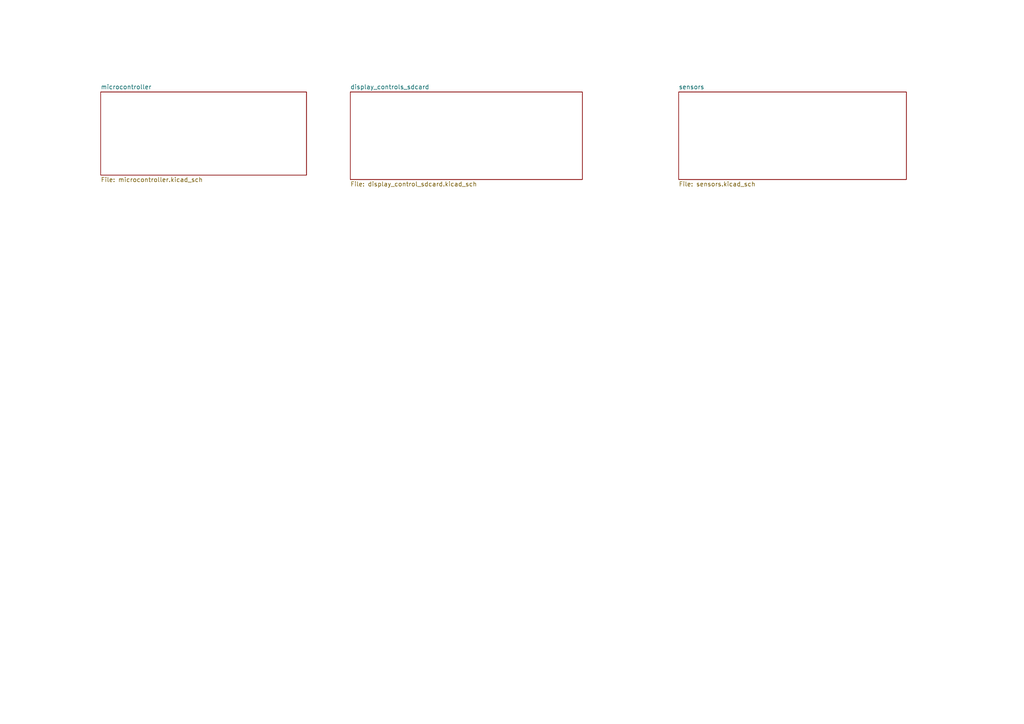
<source format=kicad_sch>
(kicad_sch
	(version 20231120)
	(generator "eeschema")
	(generator_version "8.0")
	(uuid "81f67669-a33e-4ca9-9a26-47a4e11e7b6e")
	(paper "A4")
	(title_block
		(title "Barbel Motion Tracker")
		(date "2024-08-16")
		(rev "1")
		(company "Thorben Horn")
	)
	(lib_symbols)
	(sheet
		(at 196.85 26.67)
		(size 66.04 25.4)
		(fields_autoplaced yes)
		(stroke
			(width 0.1524)
			(type solid)
		)
		(fill
			(color 0 0 0 0.0000)
		)
		(uuid "18d22eab-52a4-45ba-a420-c6f4dfd7fcb9")
		(property "Sheetname" "sensors"
			(at 196.85 25.9584 0)
			(effects
				(font
					(size 1.27 1.27)
				)
				(justify left bottom)
			)
		)
		(property "Sheetfile" "sensors.kicad_sch"
			(at 196.85 52.6546 0)
			(effects
				(font
					(size 1.27 1.27)
				)
				(justify left top)
			)
		)
		(instances
			(project "BarbelMotionTracker-V1"
				(path "/81f67669-a33e-4ca9-9a26-47a4e11e7b6e"
					(page "4")
				)
			)
		)
	)
	(sheet
		(at 29.21 26.67)
		(size 59.69 24.13)
		(fields_autoplaced yes)
		(stroke
			(width 0.1524)
			(type solid)
		)
		(fill
			(color 0 0 0 0.0000)
		)
		(uuid "e8a97655-e5e4-4b2b-a219-c77c31bb40b5")
		(property "Sheetname" "microcontroller"
			(at 29.21 25.9584 0)
			(effects
				(font
					(size 1.27 1.27)
				)
				(justify left bottom)
			)
		)
		(property "Sheetfile" "microcontroller.kicad_sch"
			(at 29.21 51.3846 0)
			(effects
				(font
					(size 1.27 1.27)
				)
				(justify left top)
			)
		)
		(instances
			(project "BarbelMotionTracker-V1"
				(path "/81f67669-a33e-4ca9-9a26-47a4e11e7b6e"
					(page "2")
				)
			)
		)
	)
	(sheet
		(at 101.6 26.67)
		(size 67.31 25.4)
		(fields_autoplaced yes)
		(stroke
			(width 0.1524)
			(type solid)
		)
		(fill
			(color 0 0 0 0.0000)
		)
		(uuid "eaa8e7f1-d4be-43b6-b0d6-cd66b174d839")
		(property "Sheetname" "display_controls_sdcard"
			(at 101.6 25.9584 0)
			(effects
				(font
					(size 1.27 1.27)
				)
				(justify left bottom)
			)
		)
		(property "Sheetfile" "display_control_sdcard.kicad_sch"
			(at 101.6 52.6546 0)
			(effects
				(font
					(size 1.27 1.27)
				)
				(justify left top)
			)
		)
		(instances
			(project "BarbelMotionTracker-V1"
				(path "/81f67669-a33e-4ca9-9a26-47a4e11e7b6e"
					(page "3")
				)
			)
		)
	)
	(sheet_instances
		(path "/"
			(page "1")
		)
	)
)

</source>
